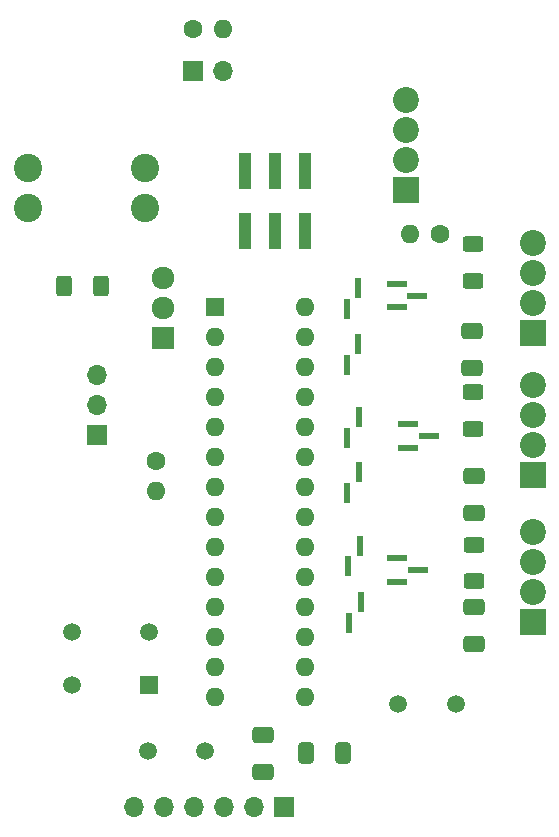
<source format=gbr>
%TF.GenerationSoftware,KiCad,Pcbnew,8.0.1-rc1*%
%TF.CreationDate,2024-08-20T18:32:43-07:00*%
%TF.ProjectId,AMS - CANBus Sensor - Temperature,414d5320-2d20-4434-914e-427573205365,rev?*%
%TF.SameCoordinates,Original*%
%TF.FileFunction,Soldermask,Top*%
%TF.FilePolarity,Negative*%
%FSLAX46Y46*%
G04 Gerber Fmt 4.6, Leading zero omitted, Abs format (unit mm)*
G04 Created by KiCad (PCBNEW 8.0.1-rc1) date 2024-08-20 18:32:43*
%MOMM*%
%LPD*%
G01*
G04 APERTURE LIST*
G04 Aperture macros list*
%AMRoundRect*
0 Rectangle with rounded corners*
0 $1 Rounding radius*
0 $2 $3 $4 $5 $6 $7 $8 $9 X,Y pos of 4 corners*
0 Add a 4 corners polygon primitive as box body*
4,1,4,$2,$3,$4,$5,$6,$7,$8,$9,$2,$3,0*
0 Add four circle primitives for the rounded corners*
1,1,$1+$1,$2,$3*
1,1,$1+$1,$4,$5*
1,1,$1+$1,$6,$7*
1,1,$1+$1,$8,$9*
0 Add four rect primitives between the rounded corners*
20,1,$1+$1,$2,$3,$4,$5,0*
20,1,$1+$1,$4,$5,$6,$7,0*
20,1,$1+$1,$6,$7,$8,$9,0*
20,1,$1+$1,$8,$9,$2,$3,0*%
G04 Aperture macros list end*
%ADD10C,2.400000*%
%ADD11R,1.500000X1.500000*%
%ADD12C,1.500000*%
%ADD13R,1.920000X1.920000*%
%ADD14C,1.920000*%
%ADD15R,0.600000X1.750000*%
%ADD16RoundRect,0.250000X-0.650000X0.412500X-0.650000X-0.412500X0.650000X-0.412500X0.650000X0.412500X0*%
%ADD17RoundRect,0.250000X-0.400000X-0.625000X0.400000X-0.625000X0.400000X0.625000X-0.400000X0.625000X0*%
%ADD18RoundRect,0.250000X0.650000X-0.412500X0.650000X0.412500X-0.650000X0.412500X-0.650000X-0.412500X0*%
%ADD19RoundRect,0.250000X-0.625000X0.400000X-0.625000X-0.400000X0.625000X-0.400000X0.625000X0.400000X0*%
%ADD20C,1.600000*%
%ADD21O,1.600000X1.600000*%
%ADD22R,2.200000X2.200000*%
%ADD23C,2.200000*%
%ADD24R,1.700000X1.700000*%
%ADD25O,1.700000X1.700000*%
%ADD26R,1.000000X3.150000*%
%ADD27R,1.750000X0.600000*%
%ADD28R,1.600000X1.600000*%
%ADD29RoundRect,0.250000X0.625000X-0.400000X0.625000X0.400000X-0.625000X0.400000X-0.625000X-0.400000X0*%
%ADD30RoundRect,0.250000X0.412500X0.650000X-0.412500X0.650000X-0.412500X-0.650000X0.412500X-0.650000X0*%
G04 APERTURE END LIST*
D10*
%TO.C,U5*%
X134999500Y-70018000D03*
X134999500Y-73418000D03*
X125079500Y-70018000D03*
X125079500Y-73418000D03*
%TD*%
D11*
%TO.C,Reset1*%
X135385300Y-113752500D03*
D12*
X128885300Y-113752500D03*
X135385300Y-109252500D03*
X128885300Y-109252500D03*
%TD*%
D13*
%TO.C,Q1*%
X136586000Y-84423600D03*
D14*
X136586000Y-81883600D03*
X136586000Y-79343600D03*
%TD*%
D15*
%TO.C,J2*%
X152090600Y-81913000D03*
X153090600Y-80163000D03*
%TD*%
D16*
%TO.C,C3*%
X145039800Y-118025700D03*
X145039800Y-121150700D03*
%TD*%
D15*
%TO.C,J10*%
X152131100Y-97489000D03*
X153131100Y-95739000D03*
%TD*%
D17*
%TO.C,R1*%
X128210200Y-79985300D03*
X131310200Y-79985300D03*
%TD*%
D18*
%TO.C,C8*%
X162729800Y-86897200D03*
X162729800Y-83772200D03*
%TD*%
D19*
%TO.C,R10*%
X162906800Y-101876500D03*
X162906800Y-104976500D03*
%TD*%
D20*
%TO.C,R7*%
X139116100Y-58260700D03*
D21*
X141656100Y-58260700D03*
%TD*%
D22*
%TO.C,J1*%
X157148000Y-71872800D03*
D23*
X157148000Y-69332800D03*
X157148000Y-66792800D03*
X157148000Y-64252800D03*
%TD*%
D20*
%TO.C,NTC1*%
X135965600Y-94809500D03*
D21*
X135965600Y-97349500D03*
%TD*%
D24*
%TO.C,J3*%
X146767300Y-124094700D03*
D25*
X144227300Y-124094700D03*
X141687300Y-124094700D03*
X139147300Y-124094700D03*
X136607300Y-124094700D03*
X134067300Y-124094700D03*
%TD*%
D22*
%TO.C,J15*%
X167848300Y-96013700D03*
D23*
X167848300Y-93473700D03*
X167848300Y-90933700D03*
X167848300Y-88393700D03*
%TD*%
D19*
%TO.C,R9*%
X162814500Y-88950700D03*
X162814500Y-92050700D03*
%TD*%
D15*
%TO.C,J7*%
X152096800Y-86670200D03*
X153096800Y-84920200D03*
%TD*%
%TO.C,J8*%
X152131100Y-92850000D03*
X153131100Y-91100000D03*
%TD*%
D16*
%TO.C,C15*%
X162869100Y-107189900D03*
X162869100Y-110314900D03*
%TD*%
D20*
%TO.C,R6*%
X159962900Y-75582300D03*
D21*
X157422900Y-75582300D03*
%TD*%
D22*
%TO.C,J14*%
X167892100Y-83986200D03*
D23*
X167892100Y-81446200D03*
X167892100Y-78906200D03*
X167892100Y-76366200D03*
%TD*%
D22*
%TO.C,J16*%
X167909100Y-108390600D03*
D23*
X167909100Y-105850600D03*
X167909100Y-103310600D03*
X167909100Y-100770600D03*
%TD*%
D24*
%TO.C,Powerboard1*%
X130976300Y-92602600D03*
D25*
X130976300Y-90062600D03*
X130976300Y-87522600D03*
%TD*%
D26*
%TO.C,J4*%
X148585100Y-70282000D03*
X148585100Y-75332000D03*
X146045100Y-70282000D03*
X146045100Y-75332000D03*
X143505100Y-70282000D03*
X143505100Y-75332000D03*
%TD*%
D27*
%TO.C,J9*%
X157292200Y-91656800D03*
X159042200Y-92656800D03*
X157292200Y-93656800D03*
%TD*%
D28*
%TO.C,U2*%
X140929500Y-81761800D03*
D21*
X140929500Y-84301800D03*
X140929500Y-86841800D03*
X140929500Y-89381800D03*
X140929500Y-91921800D03*
X140929500Y-94461800D03*
X140929500Y-97001800D03*
X140929500Y-99541800D03*
X140929500Y-102081800D03*
X140929500Y-104621800D03*
X140929500Y-107161800D03*
X140929500Y-109701800D03*
X140929500Y-112241800D03*
X140929500Y-114781800D03*
X148549500Y-114781800D03*
X148549500Y-112241800D03*
X148549500Y-109701800D03*
X148549500Y-107161800D03*
X148549500Y-104621800D03*
X148549500Y-102081800D03*
X148549500Y-99541800D03*
X148549500Y-97001800D03*
X148549500Y-94461800D03*
X148549500Y-91921800D03*
X148549500Y-89381800D03*
X148549500Y-86841800D03*
X148549500Y-84301800D03*
X148549500Y-81761800D03*
%TD*%
D24*
%TO.C,J5*%
X139049600Y-61738500D03*
D25*
X141589600Y-61738500D03*
%TD*%
D29*
%TO.C,R8*%
X162816200Y-79556600D03*
X162816200Y-76456600D03*
%TD*%
D12*
%TO.C,Y2*%
X156482900Y-115391200D03*
X161362900Y-115391200D03*
%TD*%
D27*
%TO.C,J6*%
X156335400Y-79788200D03*
X158085400Y-80788200D03*
X156335400Y-81788200D03*
%TD*%
D30*
%TO.C,C5*%
X151753500Y-119534200D03*
X148628500Y-119534200D03*
%TD*%
D16*
%TO.C,C11*%
X162889700Y-96066100D03*
X162889700Y-99191100D03*
%TD*%
D12*
%TO.C,Y1*%
X135241300Y-119345300D03*
X140121300Y-119345300D03*
%TD*%
D27*
%TO.C,J12*%
X156378600Y-103028000D03*
X158128600Y-104028000D03*
X156378600Y-105028000D03*
%TD*%
D15*
%TO.C,J11*%
X152248900Y-103711300D03*
X153248900Y-101961300D03*
%TD*%
%TO.C,J13*%
X152321000Y-108503700D03*
X153321000Y-106753700D03*
%TD*%
M02*

</source>
